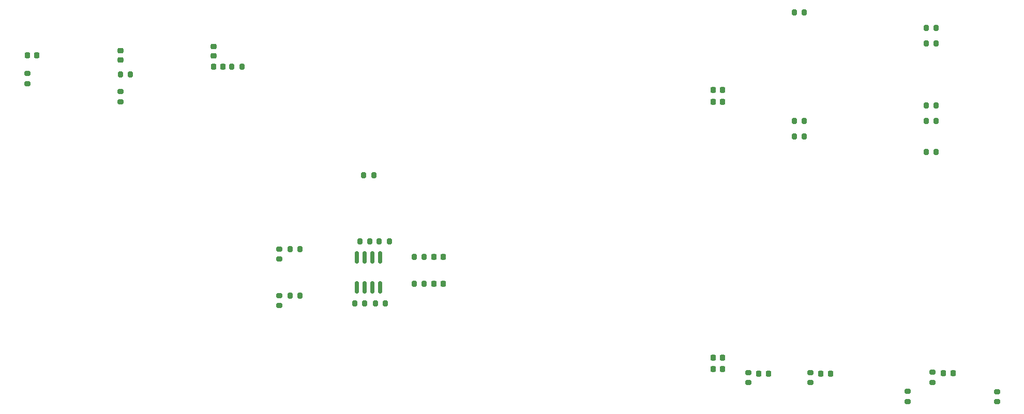
<source format=gtp>
G04 #@! TF.GenerationSoftware,KiCad,Pcbnew,(6.0.0)*
G04 #@! TF.CreationDate,2022-11-09T00:41:27-05:00*
G04 #@! TF.ProjectId,nano driven fm1236,6e616e6f-2064-4726-9976-656e20666d31,rev?*
G04 #@! TF.SameCoordinates,Original*
G04 #@! TF.FileFunction,Paste,Top*
G04 #@! TF.FilePolarity,Positive*
%FSLAX46Y46*%
G04 Gerber Fmt 4.6, Leading zero omitted, Abs format (unit mm)*
G04 Created by KiCad (PCBNEW (6.0.0)) date 2022-11-09 00:41:27*
%MOMM*%
%LPD*%
G01*
G04 APERTURE LIST*
G04 Aperture macros list*
%AMRoundRect*
0 Rectangle with rounded corners*
0 $1 Rounding radius*
0 $2 $3 $4 $5 $6 $7 $8 $9 X,Y pos of 4 corners*
0 Add a 4 corners polygon primitive as box body*
4,1,4,$2,$3,$4,$5,$6,$7,$8,$9,$2,$3,0*
0 Add four circle primitives for the rounded corners*
1,1,$1+$1,$2,$3*
1,1,$1+$1,$4,$5*
1,1,$1+$1,$6,$7*
1,1,$1+$1,$8,$9*
0 Add four rect primitives between the rounded corners*
20,1,$1+$1,$2,$3,$4,$5,0*
20,1,$1+$1,$4,$5,$6,$7,0*
20,1,$1+$1,$6,$7,$8,$9,0*
20,1,$1+$1,$8,$9,$2,$3,0*%
G04 Aperture macros list end*
%ADD10RoundRect,0.200000X-0.200000X-0.275000X0.200000X-0.275000X0.200000X0.275000X-0.200000X0.275000X0*%
%ADD11RoundRect,0.200000X0.200000X0.275000X-0.200000X0.275000X-0.200000X-0.275000X0.200000X-0.275000X0*%
%ADD12RoundRect,0.225000X0.225000X0.250000X-0.225000X0.250000X-0.225000X-0.250000X0.225000X-0.250000X0*%
%ADD13RoundRect,0.200000X0.275000X-0.200000X0.275000X0.200000X-0.275000X0.200000X-0.275000X-0.200000X0*%
%ADD14RoundRect,0.225000X-0.225000X-0.250000X0.225000X-0.250000X0.225000X0.250000X-0.225000X0.250000X0*%
%ADD15RoundRect,0.225000X0.250000X-0.225000X0.250000X0.225000X-0.250000X0.225000X-0.250000X-0.225000X0*%
%ADD16RoundRect,0.150000X0.150000X-0.825000X0.150000X0.825000X-0.150000X0.825000X-0.150000X-0.825000X0*%
G04 APERTURE END LIST*
D10*
X121095000Y-109855000D03*
X122745000Y-109855000D03*
X211265000Y-77470000D03*
X212915000Y-77470000D03*
D11*
X108775000Y-100965000D03*
X107125000Y-100965000D03*
X129095000Y-106680000D03*
X127445000Y-106680000D03*
X81025000Y-72390000D03*
X79375000Y-72390000D03*
D12*
X132220000Y-106680000D03*
X130670000Y-106680000D03*
D11*
X191325000Y-62230000D03*
X189675000Y-62230000D03*
D13*
X192300000Y-122860000D03*
X192300000Y-121210000D03*
D10*
X211265000Y-85090000D03*
X212915000Y-85090000D03*
D14*
X176390000Y-118745000D03*
X177940000Y-118745000D03*
D10*
X211265000Y-67310000D03*
X212915000Y-67310000D03*
X189675000Y-80010000D03*
X191325000Y-80010000D03*
D11*
X120840000Y-88900000D03*
X119190000Y-88900000D03*
D10*
X189675000Y-82550000D03*
X191325000Y-82550000D03*
D14*
X214120000Y-121342500D03*
X215670000Y-121342500D03*
D13*
X208280000Y-125920000D03*
X208280000Y-124270000D03*
D15*
X94615000Y-69355000D03*
X94615000Y-67805000D03*
D14*
X176390000Y-74930000D03*
X177940000Y-74930000D03*
D10*
X121730000Y-99695000D03*
X123380000Y-99695000D03*
D14*
X176390000Y-120650000D03*
X177940000Y-120650000D03*
X94615000Y-71120000D03*
X96165000Y-71120000D03*
D15*
X79375000Y-69990000D03*
X79375000Y-68440000D03*
D10*
X211265000Y-80010000D03*
X212915000Y-80010000D03*
D14*
X64135000Y-69215000D03*
X65685000Y-69215000D03*
D11*
X108775000Y-108585000D03*
X107125000Y-108585000D03*
D13*
X212355000Y-122802500D03*
X212355000Y-121152500D03*
X105410000Y-102615000D03*
X105410000Y-100965000D03*
D10*
X211265000Y-64770000D03*
X212915000Y-64770000D03*
D13*
X222885000Y-125977500D03*
X222885000Y-124327500D03*
D11*
X129095000Y-102235000D03*
X127445000Y-102235000D03*
D14*
X194065000Y-121400000D03*
X195615000Y-121400000D03*
X183905000Y-121400000D03*
X185455000Y-121400000D03*
D13*
X64135000Y-73850000D03*
X64135000Y-72200000D03*
X79375000Y-76835000D03*
X79375000Y-75185000D03*
D14*
X176390000Y-76835000D03*
X177940000Y-76835000D03*
D13*
X182140000Y-122860000D03*
X182140000Y-121210000D03*
D16*
X118110000Y-107250000D03*
X119380000Y-107250000D03*
X120650000Y-107250000D03*
X121920000Y-107250000D03*
X121920000Y-102300000D03*
X120650000Y-102300000D03*
X119380000Y-102300000D03*
X118110000Y-102300000D03*
D13*
X105410000Y-110235000D03*
X105410000Y-108585000D03*
D11*
X119380000Y-109855000D03*
X117730000Y-109855000D03*
D12*
X132220000Y-102235000D03*
X130670000Y-102235000D03*
D10*
X97600000Y-71120000D03*
X99250000Y-71120000D03*
D11*
X120205000Y-99695000D03*
X118555000Y-99695000D03*
M02*

</source>
